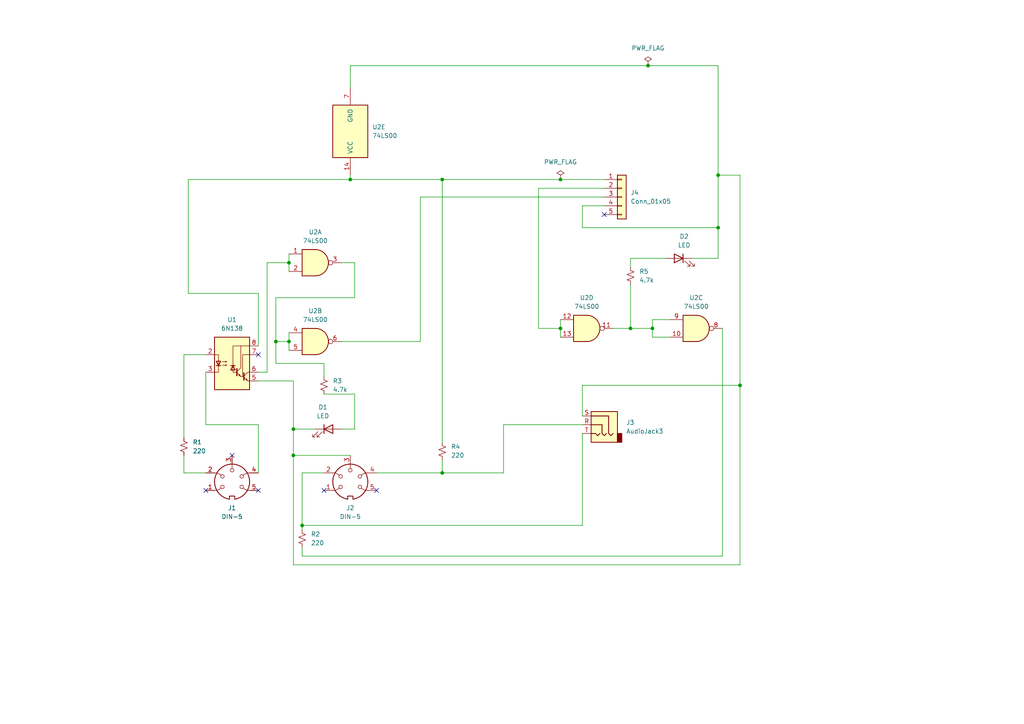
<source format=kicad_sch>
(kicad_sch (version 20211123) (generator eeschema)
  (paper "A4")
  (lib_symbols
    (symbol "74xx:74LS00" (pin_names (offset 1.016))
      (property "Reference" "U" (at 0 1.27 0))
      (property "Value" "74LS00" (at 0 -1.27 0))
      (symbol "74LS00_1_1"
        (arc (start 0 -3.81) (mid 3.81 0) (end 0 3.81) (stroke (width 0.254)) (fill (type background)))
        (polyline (pts (xy 0 3.81) (xy -3.81 3.81) (xy -3.81 -3.81) (xy 0 -3.81)) (stroke (width 0.254)) (fill (type background)))
        (pin input line (at -7.62 2.54 0) (length 3.81) (name "~") (number "1"))
        (pin input line (at -7.62 -2.54 0) (length 3.81) (name "~") (number "2"))
        (pin output inverted (at 7.62 0 180) (length 3.81) (name "~") (number "3"))
      )
      (symbol "74LS00_1_2"
        (arc (start -3.81 -3.81) (mid -2.589 0) (end -3.81 3.81) (stroke (width 0.254)))
        (arc (start -0.6096 -3.81) (mid 2.1842 -2.5851) (end 3.81 0) (stroke (width 0.254)) (fill (type background)))
        (polyline (pts (xy -3.81 -3.81) (xy -0.635 -3.81)) (stroke (width 0.254)) (fill (type background)))
        (polyline (pts (xy -3.81 3.81) (xy -0.635 3.81)) (stroke (width 0.254)) (fill (type background)))
        (polyline (pts (xy -0.635 3.81) (xy -3.81 3.81) (xy -3.81 3.81) (xy -3.556 3.4036) (xy -3.0226 2.2606) (xy -2.6924 1.0414) (xy -2.6162 -0.254) (xy -2.7686 -1.4986) (xy -3.175 -2.7178) (xy -3.81 -3.81) (xy -3.81 -3.81) (xy -0.635 -3.81)) (stroke (width -25.4)) (fill (type background)))
        (arc (start 3.81 0) (mid 2.1915 2.5936) (end -0.6096 3.81) (stroke (width 0.254)) (fill (type background)))
        (pin input inverted (at -7.62 2.54 0) (length 4.318) (name "~") (number "1"))
        (pin input inverted (at -7.62 -2.54 0) (length 4.318) (name "~") (number "2"))
        (pin output line (at 7.62 0 180) (length 3.81) (name "~") (number "3"))
      )
      (symbol "74LS00_2_1"
        (arc (start 0 -3.81) (mid 3.81 0) (end 0 3.81) (stroke (width 0.254)) (fill (type background)))
        (polyline (pts (xy 0 3.81) (xy -3.81 3.81) (xy -3.81 -3.81) (xy 0 -3.81)) (stroke (width 0.254)) (fill (type background)))
        (pin input line (at -7.62 2.54 0) (length 3.81) (name "~") (number "4"))
        (pin input line (at -7.62 -2.54 0) (length 3.81) (name "~") (number "5"))
        (pin output inverted (at 7.62 0 180) (length 3.81) (name "~") (number "6"))
      )
      (symbol "74LS00_2_2"
        (arc (start -3.81 -3.81) (mid -2.589 0) (end -3.81 3.81) (stroke (width 0.254)))
        (arc (start -0.6096 -3.81) (mid 2.1842 -2.5851) (end 3.81 0) (stroke (width 0.254)) (fill (type background)))
        (polyline (pts (xy -3.81 -3.81) (xy -0.635 -3.81)) (stroke (width 0.254)) (fill (type background)))
        (polyline (pts (xy -3.81 3.81) (xy -0.635 3.81)) (stroke (width 0.254)) (fill (type background)))
        (polyline (pts (xy -0.635 3.81) (xy -3.81 3.81) (xy -3.81 3.81) (xy -3.556 3.4036) (xy -3.0226 2.2606) (xy -2.6924 1.0414) (xy -2.6162 -0.254) (xy -2.7686 -1.4986) (xy -3.175 -2.7178) (xy -3.81 -3.81) (xy -3.81 -3.81) (xy -0.635 -3.81)) (stroke (width -25.4)) (fill (type background)))
        (arc (start 3.81 0) (mid 2.1915 2.5936) (end -0.6096 3.81) (stroke (width 0.254)) (fill (type background)))
        (pin input inverted (at -7.62 2.54 0) (length 4.318) (name "~") (number "4"))
        (pin input inverted (at -7.62 -2.54 0) (length 4.318) (name "~") (number "5"))
        (pin output line (at 7.62 0 180) (length 3.81) (name "~") (number "6"))
      )
      (symbol "74LS00_3_1"
        (arc (start 0 -3.81) (mid 3.81 0) (end 0 3.81) (stroke (width 0.254)) (fill (type background)))
        (polyline (pts (xy 0 3.81) (xy -3.81 3.81) (xy -3.81 -3.81) (xy 0 -3.81)) (stroke (width 0.254)) (fill (type background)))
        (pin input line (at -7.62 -2.54 0) (length 3.81) (name "~") (number "10"))
        (pin output inverted (at 7.62 0 180) (length 3.81) (name "~") (number "8"))
        (pin input line (at -7.62 2.54 0) (length 3.81) (name "~") (number "9"))
      )
      (symbol "74LS00_3_2"
        (arc (start -3.81 -3.81) (mid -2.589 0) (end -3.81 3.81) (stroke (width 0.254)))
        (arc (start -0.6096 -3.81) (mid 2.1842 -2.5851) (end 3.81 0) (stroke (width 0.254)) (fill (type background)))
        (polyline (pts (xy -3.81 -3.81) (xy -0.635 -3.81)) (stroke (width 0.254)) (fill (type background)))
        (polyline (pts (xy -3.81 3.81) (xy -0.635 3.81)) (stroke (width 0.254)) (fill (type background)))
        (polyline (pts (xy -0.635 3.81) (xy -3.81 3.81) (xy -3.81 3.81) (xy -3.556 3.4036) (xy -3.0226 2.2606) (xy -2.6924 1.0414) (xy -2.6162 -0.254) (xy -2.7686 -1.4986) (xy -3.175 -2.7178) (xy -3.81 -3.81) (xy -3.81 -3.81) (xy -0.635 -3.81)) (stroke (width -25.4)) (fill (type background)))
        (arc (start 3.81 0) (mid 2.1915 2.5936) (end -0.6096 3.81) (stroke (width 0.254)) (fill (type background)))
        (pin input inverted (at -7.62 -2.54 0) (length 4.318) (name "~") (number "10"))
        (pin output line (at 7.62 0 180) (length 3.81) (name "~") (number "8"))
        (pin input inverted (at -7.62 2.54 0) (length 4.318) (name "~") (number "9"))
      )
      (symbol "74LS00_4_1"
        (arc (start 0 -3.81) (mid 3.81 0) (end 0 3.81) (stroke (width 0.254)) (fill (type background)))
        (polyline (pts (xy 0 3.81) (xy -3.81 3.81) (xy -3.81 -3.81) (xy 0 -3.81)) (stroke (width 0.254)) (fill (type background)))
        (pin output inverted (at 7.62 0 180) (length 3.81) (name "~") (number "11"))
        (pin input line (at -7.62 2.54 0) (length 3.81) (name "~") (number "12"))
        (pin input line (at -7.62 -2.54 0) (length 3.81) (name "~") (number "13"))
      )
      (symbol "74LS00_4_2"
        (arc (start -3.81 -3.81) (mid -2.589 0) (end -3.81 3.81) (stroke (width 0.254)))
        (arc (start -0.6096 -3.81) (mid 2.1842 -2.5851) (end 3.81 0) (stroke (width 0.254)) (fill (type background)))
        (polyline (pts (xy -3.81 -3.81) (xy -0.635 -3.81)) (stroke (width 0.254)) (fill (type background)))
        (polyline (pts (xy -3.81 3.81) (xy -0.635 3.81)) (stroke (width 0.254)) (fill (type background)))
        (polyline (pts (xy -0.635 3.81) (xy -3.81 3.81) (xy -3.81 3.81) (xy -3.556 3.4036) (xy -3.0226 2.2606) (xy -2.6924 1.0414) (xy -2.6162 -0.254) (xy -2.7686 -1.4986) (xy -3.175 -2.7178) (xy -3.81 -3.81) (xy -3.81 -3.81) (xy -0.635 -3.81)) (stroke (width -25.4)) (fill (type background)))
        (arc (start 3.81 0) (mid 2.1915 2.5936) (end -0.6096 3.81) (stroke (width 0.254)) (fill (type background)))
        (pin output line (at 7.62 0 180) (length 3.81) (name "~") (number "11"))
        (pin input inverted (at -7.62 2.54 0) (length 4.318) (name "~") (number "12"))
        (pin input inverted (at -7.62 -2.54 0) (length 4.318) (name "~") (number "13"))
      )
      (symbol "74LS00_5_0"
        (pin power_in line (at 0 12.7 270) (length 5.08) (name "VCC") (number "14"))
        (pin power_in line (at 0 -12.7 90) (length 5.08) (name "GND") (number "7"))
      )
      (symbol "74LS00_5_1"
        (rectangle (start -5.08 7.62) (end 5.08 -7.62) (stroke (width 0.254)) (fill (type background)))
      )
    )
    (symbol "Connector:AudioJack3"
      (property "Reference" "J" (at 0 8.89 0))
      (property "Value" "AudioJack3" (at 0 6.35 0))
      (symbol "AudioJack3_0_1"
        (rectangle (start -5.08 -5.08) (end -6.35 -2.54) (stroke (width 0.254)) (fill (type outline)))
        (polyline (pts (xy 0 -2.54) (xy 0.635 -3.175) (xy 1.27 -2.54) (xy 2.54 -2.54)) (stroke (width 0.254)))
        (polyline (pts (xy -1.905 -2.54) (xy -1.27 -3.175) (xy -0.635 -2.54) (xy -0.635 0) (xy 2.54 0)) (stroke (width 0.254)))
        (polyline (pts (xy 2.54 2.54) (xy -2.54 2.54) (xy -2.54 -2.54) (xy -3.175 -3.175) (xy -3.81 -2.54)) (stroke (width 0.254)))
        (rectangle (start 2.54 3.81) (end -5.08 -5.08) (stroke (width 0.254)) (fill (type background)))
      )
      (symbol "AudioJack3_1_1"
        (pin passive line (at 5.08 0 180) (length 2.54) (name "~") (number "R"))
        (pin passive line (at 5.08 2.54 180) (length 2.54) (name "~") (number "S"))
        (pin passive line (at 5.08 -2.54 180) (length 2.54) (name "~") (number "T"))
      )
    )
    (symbol "Connector:DIN-5" (pin_names (offset 1.016))
      (property "Reference" "J" (at 3.175 5.715 0))
      (property "Value" "DIN-5" (at 0 -6.35 0))
      (symbol "DIN-5_0_1"
        (arc (start -5.08 0) (mid -3.8609 -3.3364) (end -0.762 -5.08) (stroke (width 0.254)))
        (circle (center -2.794 -1.524) (radius 0.508))
        (circle (center -2.794 1.524) (radius 0.508))
        (polyline (pts (xy 0 5.08) (xy 0 3.81)))
        (polyline (pts (xy -5.08 -2.54) (xy -4.318 -2.54) (xy -3.175 -1.905)))
        (polyline (pts (xy -5.08 2.54) (xy -4.318 2.54) (xy -3.175 1.905)))
        (polyline (pts (xy 5.08 -2.54) (xy 4.318 -2.54) (xy 3.175 -1.905)))
        (polyline (pts (xy 5.08 2.54) (xy 4.318 2.54) (xy 3.175 1.905)))
        (polyline (pts (xy -0.762 -4.953) (xy -0.762 -4.191) (xy 0.762 -4.191) (xy 0.762 -4.953)) (stroke (width 0.254)))
        (circle (center 0 3.302) (radius 0.508))
        (arc (start 0.762 -5.08) (mid 3.8685 -3.343) (end 5.08 0) (stroke (width 0.254)))
        (circle (center 2.794 -1.524) (radius 0.508))
        (circle (center 2.794 1.524) (radius 0.508))
        (arc (start 5.08 0) (mid 0 5.08) (end -5.08 0) (stroke (width 0.254)))
      )
      (symbol "DIN-5_1_1"
        (pin passive line (at -7.62 -2.54 0) (length 2.54) (name "~") (number "1"))
        (pin passive line (at -7.62 2.54 0) (length 2.54) (name "~") (number "2"))
        (pin passive line (at 0 7.62 270) (length 2.54) (name "~") (number "3"))
        (pin passive line (at 7.62 2.54 180) (length 2.54) (name "~") (number "4"))
        (pin passive line (at 7.62 -2.54 180) (length 2.54) (name "~") (number "5"))
      )
    )
    (symbol "Connector_Generic:Conn_01x05" (pin_names (offset 1.016) hide)
      (property "Reference" "J" (at 0 7.62 0))
      (property "Value" "Conn_01x05" (at 0 -7.62 0))
      (symbol "Conn_01x05_1_1"
        (rectangle (start -1.27 -4.953) (end 0 -5.207) (stroke (width 0.1524)))
        (rectangle (start -1.27 -2.413) (end 0 -2.667) (stroke (width 0.1524)))
        (rectangle (start -1.27 0.127) (end 0 -0.127) (stroke (width 0.1524)))
        (rectangle (start -1.27 2.667) (end 0 2.413) (stroke (width 0.1524)))
        (rectangle (start -1.27 5.207) (end 0 4.953) (stroke (width 0.1524)))
        (rectangle (start -1.27 6.35) (end 1.27 -6.35) (stroke (width 0.254)) (fill (type background)))
        (pin passive line (at -5.08 5.08 0) (length 3.81) (name "Pin_1") (number "1"))
        (pin passive line (at -5.08 2.54 0) (length 3.81) (name "Pin_2") (number "2"))
        (pin passive line (at -5.08 0 0) (length 3.81) (name "Pin_3") (number "3"))
        (pin passive line (at -5.08 -2.54 0) (length 3.81) (name "Pin_4") (number "4"))
        (pin passive line (at -5.08 -5.08 0) (length 3.81) (name "Pin_5") (number "5"))
      )
    )
    (symbol "Device:LED" (pin_numbers hide) (pin_names (offset 1.016) hide)
      (property "Reference" "D" (at 0 2.54 0))
      (property "Value" "LED" (at 0 -2.54 0))
      (symbol "LED_0_1"
        (polyline (pts (xy -1.27 -1.27) (xy -1.27 1.27)) (stroke (width 0.254)))
        (polyline (pts (xy -1.27 0) (xy 1.27 0)))
        (polyline (pts (xy 1.27 -1.27) (xy 1.27 1.27) (xy -1.27 0) (xy 1.27 -1.27)) (stroke (width 0.254)))
        (polyline (pts (xy -3.048 -0.762) (xy -4.572 -2.286) (xy -3.81 -2.286) (xy -4.572 -2.286) (xy -4.572 -1.524)))
        (polyline (pts (xy -1.778 -0.762) (xy -3.302 -2.286) (xy -2.54 -2.286) (xy -3.302 -2.286) (xy -3.302 -1.524)))
      )
      (symbol "LED_1_1"
        (pin passive line (at -3.81 0 0) (length 2.54) (name "K") (number "1"))
        (pin passive line (at 3.81 0 180) (length 2.54) (name "A") (number "2"))
      )
    )
    (symbol "Device:R_Small_US" (pin_numbers hide) (pin_names (offset 0.254) hide)
      (property "Reference" "R" (at 0.762 0.508 0))
      (property "Value" "R_Small_US" (at 0.762 -1.016 0))
      (symbol "R_Small_US_1_1"
        (polyline (pts (xy 0 0) (xy 1.016 -0.381) (xy 0 -0.762) (xy -1.016 -1.143) (xy 0 -1.524)))
        (polyline (pts (xy 0 1.524) (xy 1.016 1.143) (xy 0 0.762) (xy -1.016 0.381) (xy 0 0)))
        (pin passive line (at 0 2.54 270) (length 1.016) (name "~") (number "1"))
        (pin passive line (at 0 -2.54 90) (length 1.016) (name "~") (number "2"))
      )
    )
    (symbol "Isolator:6N138" (pin_names (offset 1.016) hide)
      (property "Reference" "U" (at -4.064 8.89 0))
      (property "Value" "6N138" (at 2.286 8.89 0))
      (symbol "6N138_0_1"
        (rectangle (start -5.08 7.62) (end 5.08 -7.62) (stroke (width 0.254)) (fill (type background)))
        (polyline (pts (xy -4.572 -0.635) (xy -3.302 -0.635)) (stroke (width 0.254)))
        (polyline (pts (xy 0.889 -0.635) (xy -0.381 -0.635)) (stroke (width 0.254)))
        (polyline (pts (xy 1.397 -2.667) (xy 2.54 -3.81)))
        (polyline (pts (xy 1.397 -2.413) (xy 2.54 -1.27)))
        (polyline (pts (xy 2.54 -3.81) (xy 3.175 -3.81)))
        (polyline (pts (xy 3.429 -3.937) (xy 4.572 -5.08)))
        (polyline (pts (xy 3.429 -3.683) (xy 4.572 -2.54)))
        (polyline (pts (xy 4.572 -5.08) (xy 5.08 -5.08)))
        (polyline (pts (xy 4.572 -2.54) (xy 5.08 -2.54)))
        (polyline (pts (xy 1.397 -1.524) (xy 1.397 -3.556) (xy 1.397 -3.556)) (stroke (width 0.3556)))
        (polyline (pts (xy 2.54 -1.27) (xy 2.54 5.08) (xy 5.08 5.08)))
        (polyline (pts (xy 3.429 -2.794) (xy 3.429 -4.826) (xy 3.429 -4.826)) (stroke (width 0.3556)))
        (polyline (pts (xy 5.08 2.54) (xy 3.048 2.54) (xy 3.048 -3.81)))
        (polyline (pts (xy -5.08 -2.54) (xy -3.937 -2.54) (xy -3.937 2.54) (xy -5.08 2.54)))
        (polyline (pts (xy -3.937 -0.635) (xy -4.572 0.635) (xy -3.302 0.635) (xy -3.937 -0.635)) (stroke (width 0.254)))
        (polyline (pts (xy 0.254 -0.635) (xy 0.889 -1.905) (xy -0.381 -1.905) (xy 0.254 -0.635)) (stroke (width 0.254)))
        (polyline (pts (xy 1.27 -2.54) (xy 0.254 -2.54) (xy 0.254 5.08) (xy 2.54 5.08)))
        (polyline (pts (xy 2.413 -3.683) (xy 2.159 -3.175) (xy 1.905 -3.429) (xy 2.413 -3.683)))
        (polyline (pts (xy 4.445 -4.953) (xy 4.191 -4.445) (xy 3.937 -4.699) (xy 4.445 -4.953)))
        (polyline (pts (xy -2.794 -0.508) (xy -1.524 -0.508) (xy -1.905 -0.635) (xy -1.905 -0.381) (xy -1.524 -0.508)))
        (polyline (pts (xy -2.794 0.508) (xy -1.524 0.508) (xy -1.905 0.381) (xy -1.905 0.635) (xy -1.524 0.508)))
      )
      (symbol "6N138_1_1"
        (pin no_connect line (at -5.08 5.08 0) (length 2.54) hide (name "NC") (number "1"))
        (pin passive line (at -7.62 2.54 0) (length 2.54) (name "C1") (number "2"))
        (pin passive line (at -7.62 -2.54 0) (length 2.54) (name "C2") (number "3"))
        (pin no_connect line (at -5.08 -5.08 0) (length 2.54) hide (name "NC") (number "4"))
        (pin passive line (at 7.62 -5.08 180) (length 2.54) (name "GND") (number "5"))
        (pin passive line (at 7.62 -2.54 180) (length 2.54) (name "VO2") (number "6"))
        (pin passive line (at 7.62 2.54 180) (length 2.54) (name "VO1") (number "7"))
        (pin passive line (at 7.62 5.08 180) (length 2.54) (name "VCC") (number "8"))
      )
    )
    (symbol "power:PWR_FLAG" (power) (pin_numbers hide) (pin_names (offset 0) hide)
      (property "Value" "PWR_FLAG" (at 0 3.81 0))
      (symbol "PWR_FLAG_0_0"
        (pin power_out line (at 0 0 90) (length 0) (name "pwr") (number "1"))
      )
      (symbol "PWR_FLAG_0_1"
        (polyline (pts (xy 0 0) (xy 0 1.27) (xy -1.016 1.905) (xy 0 2.54) (xy 1.016 1.905) (xy 0 1.27)))
      )
    )
  )
  (junction (at 128.27 52.07))
  (junction (at 101.6 52.07))
  (junction (at 85.09 124.46))
  (junction (at 80.01 99.06))
  (junction (at 162.56 95.25))
  (junction (at 87.63 152.4))
  (junction (at 83.82 76.2))
  (junction (at 208.28 66.04))
  (junction (at 189.23 95.25))
  (junction (at 182.88 95.25))
  (junction (at 214.63 111.76))
  (junction (at 83.82 99.06))
  (junction (at 128.27 137.16))
  (junction (at 85.09 132.08))
  (junction (at 162.56 52.07))
  (junction (at 208.28 50.8))
  (junction (at 187.96 19.05))
  (no_connect (at 109.22 142.24))
  (no_connect (at 93.98 142.24))
  (no_connect (at 175.26 62.23))
  (no_connect (at 74.93 102.87))
  (no_connect (at 67.31 132.08))
  (no_connect (at 74.93 142.24))
  (no_connect (at 59.69 142.24))
  (wire (pts (xy 93.98 137.16) (xy 87.63 137.16)))
  (wire (pts (xy 189.23 97.79) (xy 194.31 97.79)))
  (wire (pts (xy 53.34 132.08) (xy 53.34 137.16)))
  (wire (pts (xy 53.34 137.16) (xy 59.69 137.16)))
  (wire (pts (xy 85.09 110.49) (xy 85.09 124.46)))
  (wire (pts (xy 187.96 19.05) (xy 208.28 19.05)))
  (wire (pts (xy 189.23 92.71) (xy 189.23 95.25)))
  (wire (pts (xy 182.88 77.47) (xy 182.88 74.93)))
  (wire (pts (xy 85.09 132.08) (xy 85.09 163.83)))
  (wire (pts (xy 121.92 99.06) (xy 121.92 57.15)))
  (wire (pts (xy 93.98 109.22) (xy 93.98 105.41)))
  (wire (pts (xy 175.26 59.69) (xy 168.91 59.69)))
  (wire (pts (xy 214.63 111.76) (xy 214.63 50.8)))
  (wire (pts (xy 168.91 123.19) (xy 146.05 123.19)))
  (wire (pts (xy 128.27 137.16) (xy 128.27 133.35)))
  (wire (pts (xy 168.91 152.4) (xy 87.63 152.4)))
  (wire (pts (xy 83.82 76.2) (xy 83.82 78.74)))
  (wire (pts (xy 208.28 50.8) (xy 214.63 50.8)))
  (wire (pts (xy 93.98 114.3) (xy 102.87 114.3)))
  (wire (pts (xy 87.63 152.4) (xy 87.63 153.67)))
  (wire (pts (xy 77.47 107.95) (xy 77.47 76.2)))
  (wire (pts (xy 156.21 54.61) (xy 156.21 95.25)))
  (wire (pts (xy 87.63 137.16) (xy 87.63 152.4)))
  (wire (pts (xy 85.09 124.46) (xy 85.09 132.08)))
  (wire (pts (xy 162.56 95.25) (xy 162.56 97.79)))
  (wire (pts (xy 214.63 163.83) (xy 214.63 111.76)))
  (wire (pts (xy 80.01 99.06) (xy 83.82 99.06)))
  (wire (pts (xy 102.87 86.36) (xy 80.01 86.36)))
  (wire (pts (xy 54.61 52.07) (xy 101.6 52.07)))
  (wire (pts (xy 101.6 132.08) (xy 85.09 132.08)))
  (wire (pts (xy 99.06 76.2) (xy 102.87 76.2)))
  (wire (pts (xy 80.01 86.36) (xy 80.01 99.06)))
  (wire (pts (xy 162.56 92.71) (xy 162.56 95.25)))
  (wire (pts (xy 121.92 57.15) (xy 175.26 57.15)))
  (wire (pts (xy 87.63 161.29) (xy 87.63 158.75)))
  (wire (pts (xy 208.28 74.93) (xy 208.28 66.04)))
  (wire (pts (xy 59.69 107.95) (xy 59.69 123.19)))
  (wire (pts (xy 83.82 73.66) (xy 83.82 76.2)))
  (wire (pts (xy 99.06 99.06) (xy 121.92 99.06)))
  (wire (pts (xy 85.09 124.46) (xy 91.44 124.46)))
  (wire (pts (xy 83.82 96.52) (xy 83.82 99.06)))
  (wire (pts (xy 53.34 102.87) (xy 53.34 127)))
  (wire (pts (xy 54.61 85.09) (xy 54.61 52.07)))
  (wire (pts (xy 77.47 76.2) (xy 83.82 76.2)))
  (wire (pts (xy 109.22 137.16) (xy 128.27 137.16)))
  (wire (pts (xy 59.69 123.19) (xy 74.93 123.19)))
  (wire (pts (xy 209.55 95.25) (xy 209.55 161.29)))
  (wire (pts (xy 128.27 52.07) (xy 162.56 52.07)))
  (wire (pts (xy 168.91 120.65) (xy 168.91 111.76)))
  (wire (pts (xy 99.06 124.46) (xy 102.87 124.46)))
  (wire (pts (xy 208.28 66.04) (xy 208.28 50.8)))
  (wire (pts (xy 146.05 137.16) (xy 128.27 137.16)))
  (wire (pts (xy 182.88 95.25) (xy 189.23 95.25)))
  (wire (pts (xy 74.93 123.19) (xy 74.93 137.16)))
  (wire (pts (xy 101.6 52.07) (xy 128.27 52.07)))
  (wire (pts (xy 182.88 74.93) (xy 193.04 74.93)))
  (wire (pts (xy 74.93 107.95) (xy 77.47 107.95)))
  (wire (pts (xy 93.98 105.41) (xy 80.01 105.41)))
  (wire (pts (xy 102.87 76.2) (xy 102.87 86.36)))
  (wire (pts (xy 87.63 161.29) (xy 209.55 161.29)))
  (wire (pts (xy 177.8 95.25) (xy 182.88 95.25)))
  (wire (pts (xy 54.61 85.09) (xy 74.93 85.09)))
  (wire (pts (xy 102.87 114.3) (xy 102.87 124.46)))
  (wire (pts (xy 74.93 85.09) (xy 74.93 100.33)))
  (wire (pts (xy 168.91 66.04) (xy 208.28 66.04)))
  (wire (pts (xy 162.56 52.07) (xy 175.26 52.07)))
  (wire (pts (xy 128.27 52.07) (xy 128.27 128.27)))
  (wire (pts (xy 168.91 59.69) (xy 168.91 66.04)))
  (wire (pts (xy 101.6 50.8) (xy 101.6 52.07)))
  (wire (pts (xy 156.21 54.61) (xy 175.26 54.61)))
  (wire (pts (xy 74.93 110.49) (xy 85.09 110.49)))
  (wire (pts (xy 189.23 95.25) (xy 189.23 97.79)))
  (wire (pts (xy 208.28 50.8) (xy 208.28 19.05)))
  (wire (pts (xy 168.91 111.76) (xy 214.63 111.76)))
  (wire (pts (xy 200.66 74.93) (xy 208.28 74.93)))
  (wire (pts (xy 59.69 102.87) (xy 53.34 102.87)))
  (wire (pts (xy 80.01 99.06) (xy 80.01 105.41)))
  (wire (pts (xy 168.91 125.73) (xy 168.91 152.4)))
  (wire (pts (xy 189.23 92.71) (xy 194.31 92.71)))
  (wire (pts (xy 101.6 19.05) (xy 101.6 25.4)))
  (wire (pts (xy 101.6 19.05) (xy 187.96 19.05)))
  (wire (pts (xy 83.82 99.06) (xy 83.82 101.6)))
  (wire (pts (xy 146.05 123.19) (xy 146.05 137.16)))
  (wire (pts (xy 182.88 82.55) (xy 182.88 95.25)))
  (wire (pts (xy 156.21 95.25) (xy 162.56 95.25)))
  (wire (pts (xy 85.09 163.83) (xy 214.63 163.83)))
  (symbol (lib_id "74xx:74LS00") (at 170.18 95.25 0) (unit 4)
    (property "Reference" "U2" (at 170.18 86.36 0))
    (property "Value" "74LS00" (at 170.18 88.9 0))
    (property "Footprint" "Package_DIP:DIP-14_W7.62mm_Socket" (effects hide))
    (property "Datasheet" "http://www.ti.com/lit/gpn/sn74ls00" (effects hide))
  )
  (symbol (lib_id "74xx:74LS00") (at 201.93 95.25 0) (unit 3)
    (property "Reference" "U2" (at 201.93 86.36 0))
    (property "Value" "74LS00" (at 201.93 88.9 0))
    (property "Footprint" "Package_DIP:DIP-14_W7.62mm_Socket" (effects hide))
    (property "Datasheet" "http://www.ti.com/lit/gpn/sn74ls00" (effects hide))
  )
  (symbol (lib_id "Device:LED") (at 95.25 124.46 0) (unit 1)
    (property "Reference" "D1" (at 93.6625 118.11 0))
    (property "Value" "LED" (at 93.6625 120.65 0))
    (property "Footprint" "LED_THT:LED_D10.0mm" (effects hide))
  )
  (symbol (lib_id "Device:R_Small_US") (at 128.27 130.81 0) (unit 1)
    (property "Reference" "R4" (at 130.81 129.5399 0) (effects (justify left)))
    (property "Value" "220" (at 130.81 132.0799 0) (effects (justify left)))
    (property "Footprint" "Resistor_SMD:R_0201_0603Metric" (effects hide))
  )
  (symbol (lib_id "Connector:AudioJack3") (at 173.99 123.19 0) (mirror y) (unit 1)
    (property "Reference" "J3" (at 181.61 122.5549 0) (effects (justify right)))
    (property "Value" "AudioJack3" (at 181.61 125.0949 0) (effects (justify right)))
    (property "Footprint" "Connector_Audio:Jack_3.5mm_CUI_SJ-3523-SMT_Horizontal" (effects hide))
  )
  (symbol (lib_id "power:PWR_FLAG") (at 162.56 52.07 0) (unit 1)
    (property "Reference" "#FLG0101" (effects hide))
    (property "Value" "PWR_FLAG" (at 162.56 46.99 0))
  )
  (symbol (lib_id "74xx:74LS00") (at 101.6 38.1 180) (unit 5)
    (property "Reference" "U2" (at 107.95 36.8299 0) (effects (justify right)))
    (property "Value" "74LS00" (at 107.95 39.3699 0) (effects (justify right)))
    (property "Footprint" "Package_DIP:DIP-14_W7.62mm_Socket" (effects hide))
    (property "Datasheet" "http://www.ti.com/lit/gpn/sn74ls00" (effects hide))
  )
  (symbol (lib_id "Connector:DIN-5") (at 67.31 139.7 0) (unit 1)
    (property "Reference" "J1" (at 67.3101 147.32 0))
    (property "Value" "DIN-5" (at 67.3101 149.86 0))
    (property "Datasheet" "http://www.mouser.com/ds/2/18/40_c091_abd_e-75918.pdf" (effects hide))
  )
  (symbol (lib_id "Device:R_Small_US") (at 53.34 129.54 0) (unit 1)
    (property "Reference" "R1" (at 55.88 128.2699 0) (effects (justify left)))
    (property "Value" "220" (at 55.88 130.8099 0) (effects (justify left)))
    (property "Footprint" "Resistor_SMD:R_0201_0603Metric" (effects hide))
  )
  (symbol (lib_id "Device:R_Small_US") (at 93.98 111.76 0) (unit 1)
    (property "Reference" "R3" (at 96.52 110.4899 0) (effects (justify left)))
    (property "Value" "4.7k" (at 96.52 113.0299 0) (effects (justify left)))
    (property "Footprint" "Resistor_SMD:R_0201_0603Metric" (effects hide))
  )
  (symbol (lib_id "Connector:DIN-5") (at 101.6 139.7 0) (unit 1)
    (property "Reference" "J2" (at 101.6001 147.32 0))
    (property "Value" "DIN-5" (at 101.6001 149.86 0))
    (property "Datasheet" "http://www.mouser.com/ds/2/18/40_c091_abd_e-75918.pdf" (effects hide))
  )
  (symbol (lib_id "74xx:74LS00") (at 91.44 76.2 0) (unit 1)
    (property "Reference" "U2" (at 91.44 67.31 0))
    (property "Value" "74LS00" (at 91.44 69.85 0))
    (property "Footprint" "Package_DIP:DIP-14_W7.62mm_Socket" (effects hide))
    (property "Datasheet" "http://www.ti.com/lit/gpn/sn74ls00" (effects hide))
  )
  (symbol (lib_id "Isolator:6N138") (at 67.31 105.41 0) (unit 1)
    (property "Reference" "U1" (at 67.31 92.71 0))
    (property "Value" "6N138" (at 67.31 95.25 0))
    (property "Footprint" "Package_DIP:DIP-8-16_W7.62mm_Socket" (effects hide))
    (property "Datasheet" "http://www.onsemi.com/pub/Collateral/HCPL2731-D.pdf" (effects hide))
  )
  (symbol (lib_id "Connector_Generic:Conn_01x05") (at 180.34 57.15 0) (unit 1)
    (property "Reference" "J4" (at 182.88 55.8799 0) (effects (justify left)))
    (property "Value" "Conn_01x05" (at 182.88 58.4199 0) (effects (justify left)))
    (property "Footprint" "Connector_JST:JST_EH_B5B-EH-A_1x05_P2.50mm_Vertical" (effects hide))
  )
  (symbol (lib_id "74xx:74LS00") (at 91.44 99.06 0) (unit 2)
    (property "Reference" "U2" (at 91.44 90.17 0))
    (property "Value" "74LS00" (at 91.44 92.71 0))
    (property "Footprint" "Package_DIP:DIP-14_W7.62mm_Socket" (effects hide))
    (property "Datasheet" "http://www.ti.com/lit/gpn/sn74ls00" (effects hide))
  )
  (symbol (lib_id "Device:LED") (at 196.85 74.93 0) (mirror y) (unit 1)
    (property "Reference" "D2" (at 198.4375 68.58 0))
    (property "Value" "LED" (at 198.4375 71.12 0))
    (property "Footprint" "LED_THT:LED_D10.0mm" (effects hide))
  )
  (symbol (lib_id "Device:R_Small_US") (at 87.63 156.21 0) (unit 1)
    (property "Reference" "R2" (at 90.17 154.9399 0) (effects (justify left)))
    (property "Value" "220" (at 90.17 157.4799 0) (effects (justify left)))
    (property "Footprint" "Resistor_SMD:R_0201_0603Metric" (effects hide))
  )
  (symbol (lib_id "Device:R_Small_US") (at 182.88 80.01 0) (unit 1)
    (property "Reference" "R5" (at 185.42 78.7399 0) (effects (justify left)))
    (property "Value" "4.7k" (at 185.42 81.2799 0) (effects (justify left)))
    (property "Footprint" "Resistor_SMD:R_0201_0603Metric" (effects hide))
  )
  (symbol (lib_id "power:PWR_FLAG") (at 187.96 19.05 0) (unit 1)
    (property "Reference" "#FLG0102" (effects hide))
    (property "Value" "PWR_FLAG" (at 187.96 13.97 0))
  )
)
</source>
